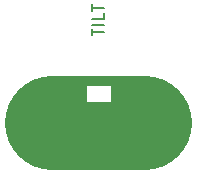
<source format=gto>
%TF.GenerationSoftware,KiCad,Pcbnew,4.0.5-e0-6337~49~ubuntu16.04.1*%
%TF.CreationDate,2017-03-16T09:30:54-07:00*%
%TF.ProjectId,2x2-Tilt-Switch-1208-SMT,3278322D54696C742D5377697463682D,1.0*%
%TF.FileFunction,Legend,Top*%
%FSLAX46Y46*%
G04 Gerber Fmt 4.6, Leading zero omitted, Abs format (unit mm)*
G04 Created by KiCad (PCBNEW 4.0.5-e0-6337~49~ubuntu16.04.1) date Thu Mar 16 09:30:54 2017*
%MOMM*%
%LPD*%
G01*
G04 APERTURE LIST*
%ADD10C,0.350000*%
%ADD11C,8.000000*%
%ADD12C,0.150000*%
%ADD13R,2.152400X1.452400*%
G04 APERTURE END LIST*
D10*
D11*
X4471400Y-23286720D02*
X12371400Y-23286720D01*
D12*
X7860781Y-15896744D02*
X7860781Y-15325315D01*
X8860781Y-15611030D02*
X7860781Y-15611030D01*
X8860781Y-14991982D02*
X7860781Y-14991982D01*
X8860781Y-14039601D02*
X8860781Y-14515792D01*
X7860781Y-14515792D01*
X7860781Y-13849125D02*
X7860781Y-13277696D01*
X8860781Y-13563411D02*
X7860781Y-13563411D01*
%LPC*%
D13*
X8471400Y-17830720D03*
X8471400Y-20830720D03*
M02*

</source>
